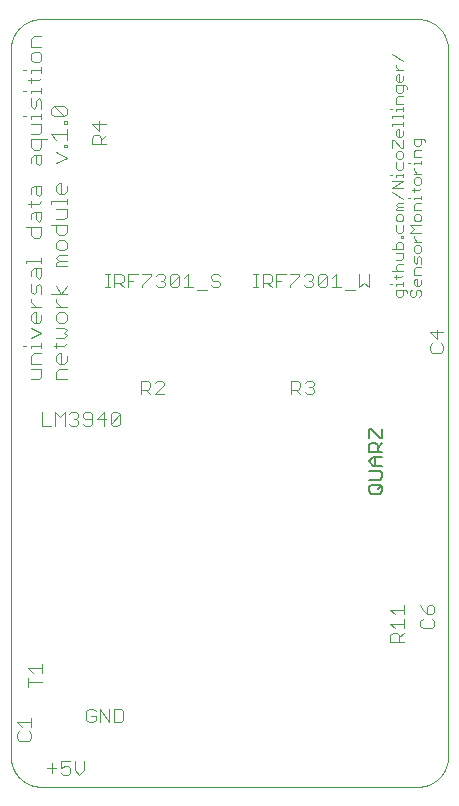
<source format=gto>
G75*
%MOIN*%
%OFA0B0*%
%FSLAX25Y25*%
%IPPOS*%
%LPD*%
%AMOC8*
5,1,8,0,0,1.08239X$1,22.5*
%
%ADD10C,0.00400*%
%ADD11C,0.00300*%
%ADD12C,0.00000*%
%ADD13C,0.00500*%
D10*
X0006050Y0016867D02*
X0009119Y0016867D01*
X0009886Y0017634D01*
X0009886Y0019169D01*
X0009119Y0019936D01*
X0009886Y0021471D02*
X0009886Y0024540D01*
X0009886Y0023006D02*
X0005282Y0023006D01*
X0006817Y0021471D01*
X0006050Y0019936D02*
X0005282Y0019169D01*
X0005282Y0017634D01*
X0006050Y0016867D01*
X0015224Y0007752D02*
X0018294Y0007752D01*
X0019828Y0007752D02*
X0019828Y0010054D01*
X0022898Y0010054D01*
X0024432Y0010054D02*
X0024432Y0006985D01*
X0025967Y0005450D01*
X0027501Y0006985D01*
X0027501Y0010054D01*
X0022898Y0007752D02*
X0022898Y0006217D01*
X0022130Y0005450D01*
X0020596Y0005450D01*
X0019828Y0006217D01*
X0019828Y0007752D02*
X0021363Y0008519D01*
X0022130Y0008519D01*
X0022898Y0007752D01*
X0016759Y0009287D02*
X0016759Y0006217D01*
X0029117Y0022950D02*
X0030651Y0022950D01*
X0031419Y0023717D01*
X0031419Y0025252D01*
X0029884Y0025252D01*
X0031419Y0026787D02*
X0030651Y0027554D01*
X0029117Y0027554D01*
X0028349Y0026787D01*
X0028349Y0023717D01*
X0029117Y0022950D01*
X0032953Y0022950D02*
X0032953Y0027554D01*
X0036023Y0022950D01*
X0036023Y0027554D01*
X0037557Y0027554D02*
X0037557Y0022950D01*
X0039859Y0022950D01*
X0040626Y0023717D01*
X0040626Y0026787D01*
X0039859Y0027554D01*
X0037557Y0027554D01*
X0013636Y0036360D02*
X0009032Y0036360D01*
X0009032Y0037894D02*
X0009032Y0034825D01*
X0010567Y0039429D02*
X0009032Y0040964D01*
X0013636Y0040964D01*
X0013636Y0042498D02*
X0013636Y0039429D01*
X0013411Y0121828D02*
X0016480Y0121828D01*
X0018014Y0121828D02*
X0018014Y0126432D01*
X0019549Y0124897D01*
X0021084Y0126432D01*
X0021084Y0121828D01*
X0022618Y0122595D02*
X0023386Y0121828D01*
X0024920Y0121828D01*
X0025688Y0122595D01*
X0025688Y0123363D01*
X0024920Y0124130D01*
X0024153Y0124130D01*
X0024920Y0124130D02*
X0025688Y0124897D01*
X0025688Y0125665D01*
X0024920Y0126432D01*
X0023386Y0126432D01*
X0022618Y0125665D01*
X0027222Y0125665D02*
X0027222Y0124897D01*
X0027990Y0124130D01*
X0030292Y0124130D01*
X0031826Y0124130D02*
X0034896Y0124130D01*
X0036430Y0122595D02*
X0036430Y0125665D01*
X0037197Y0126432D01*
X0038732Y0126432D01*
X0039499Y0125665D01*
X0036430Y0122595D01*
X0037197Y0121828D01*
X0038732Y0121828D01*
X0039499Y0122595D01*
X0039499Y0125665D01*
X0034128Y0126432D02*
X0034128Y0121828D01*
X0031826Y0124130D02*
X0034128Y0126432D01*
X0030292Y0125665D02*
X0030292Y0122595D01*
X0029524Y0121828D01*
X0027990Y0121828D01*
X0027222Y0122595D01*
X0027222Y0125665D02*
X0027990Y0126432D01*
X0029524Y0126432D01*
X0030292Y0125665D01*
X0021761Y0137325D02*
X0018292Y0137325D01*
X0018292Y0139927D01*
X0019159Y0140795D01*
X0021761Y0140795D01*
X0020894Y0142481D02*
X0019159Y0142481D01*
X0018292Y0143349D01*
X0018292Y0145084D01*
X0019159Y0145951D01*
X0020026Y0145951D01*
X0020026Y0142481D01*
X0020894Y0142481D02*
X0021761Y0143349D01*
X0021761Y0145084D01*
X0020894Y0148505D02*
X0017424Y0148505D01*
X0018292Y0147638D02*
X0018292Y0149373D01*
X0018292Y0151075D02*
X0020894Y0151075D01*
X0021761Y0151943D01*
X0020894Y0152810D01*
X0021761Y0153678D01*
X0020894Y0154545D01*
X0018292Y0154545D01*
X0019159Y0156232D02*
X0018292Y0157099D01*
X0018292Y0158834D01*
X0019159Y0159701D01*
X0020894Y0159701D01*
X0021761Y0158834D01*
X0021761Y0157099D01*
X0020894Y0156232D01*
X0019159Y0156232D01*
X0020026Y0161388D02*
X0018292Y0163123D01*
X0018292Y0163990D01*
X0020026Y0165685D02*
X0018292Y0168287D01*
X0020026Y0165685D02*
X0021761Y0168287D01*
X0021761Y0165685D02*
X0016557Y0165685D01*
X0013361Y0165685D02*
X0013361Y0168287D01*
X0012494Y0169155D01*
X0011626Y0168287D01*
X0011626Y0166553D01*
X0010759Y0165685D01*
X0009892Y0166553D01*
X0009892Y0169155D01*
X0009892Y0171709D02*
X0009892Y0173444D01*
X0010759Y0174311D01*
X0013361Y0174311D01*
X0013361Y0171709D01*
X0012494Y0170842D01*
X0011626Y0171709D01*
X0011626Y0174311D01*
X0013361Y0175998D02*
X0013361Y0177733D01*
X0013361Y0176865D02*
X0008157Y0176865D01*
X0008157Y0175998D01*
X0010759Y0184592D02*
X0009892Y0185459D01*
X0009892Y0188062D01*
X0008157Y0188062D02*
X0013361Y0188062D01*
X0013361Y0185459D01*
X0012494Y0184592D01*
X0010759Y0184592D01*
X0012494Y0189748D02*
X0011626Y0190616D01*
X0011626Y0193218D01*
X0010759Y0193218D02*
X0013361Y0193218D01*
X0013361Y0190616D01*
X0012494Y0189748D01*
X0009892Y0190616D02*
X0009892Y0192351D01*
X0010759Y0193218D01*
X0009892Y0194905D02*
X0009892Y0196640D01*
X0009024Y0195772D02*
X0012494Y0195772D01*
X0013361Y0196640D01*
X0012494Y0198342D02*
X0011626Y0199210D01*
X0011626Y0201812D01*
X0010759Y0201812D02*
X0013361Y0201812D01*
X0013361Y0199210D01*
X0012494Y0198342D01*
X0009892Y0199210D02*
X0009892Y0200945D01*
X0010759Y0201812D01*
X0012494Y0208655D02*
X0011626Y0209523D01*
X0011626Y0212125D01*
X0010759Y0212125D02*
X0013361Y0212125D01*
X0013361Y0209523D01*
X0012494Y0208655D01*
X0009892Y0209523D02*
X0009892Y0211257D01*
X0010759Y0212125D01*
X0010759Y0213812D02*
X0012494Y0213812D01*
X0013361Y0214679D01*
X0013361Y0217281D01*
X0015096Y0217281D02*
X0009892Y0217281D01*
X0009892Y0214679D01*
X0010759Y0213812D01*
X0009892Y0218968D02*
X0012494Y0218968D01*
X0013361Y0219835D01*
X0013361Y0222438D01*
X0009892Y0222438D01*
X0009892Y0224124D02*
X0009892Y0224992D01*
X0013361Y0224992D01*
X0013361Y0225859D02*
X0013361Y0224124D01*
X0013361Y0227562D02*
X0013361Y0230164D01*
X0012494Y0231032D01*
X0011626Y0230164D01*
X0011626Y0228429D01*
X0010759Y0227562D01*
X0009892Y0228429D01*
X0009892Y0231032D01*
X0009892Y0232718D02*
X0009892Y0233586D01*
X0013361Y0233586D01*
X0013361Y0234453D02*
X0013361Y0232718D01*
X0012494Y0237023D02*
X0013361Y0237891D01*
X0012494Y0237023D02*
X0009024Y0237023D01*
X0009892Y0236156D02*
X0009892Y0237891D01*
X0009892Y0239594D02*
X0009892Y0240461D01*
X0013361Y0240461D01*
X0013361Y0239594D02*
X0013361Y0241328D01*
X0012494Y0243031D02*
X0013361Y0243899D01*
X0013361Y0245633D01*
X0012494Y0246501D01*
X0010759Y0246501D01*
X0009892Y0245633D01*
X0009892Y0243899D01*
X0010759Y0243031D01*
X0012494Y0243031D01*
X0008157Y0240461D02*
X0007289Y0240461D01*
X0007289Y0233586D02*
X0008157Y0233586D01*
X0008157Y0224992D02*
X0007289Y0224992D01*
X0016557Y0225851D02*
X0016557Y0227586D01*
X0017424Y0228453D01*
X0020894Y0224984D01*
X0021761Y0225851D01*
X0021761Y0227586D01*
X0020894Y0228453D01*
X0017424Y0228453D01*
X0016557Y0225851D02*
X0017424Y0224984D01*
X0020894Y0224984D01*
X0020894Y0223273D02*
X0021761Y0223273D01*
X0021761Y0222406D01*
X0020894Y0222406D01*
X0020894Y0223273D01*
X0021761Y0220719D02*
X0021761Y0217249D01*
X0021761Y0215538D02*
X0021761Y0214671D01*
X0020894Y0214671D01*
X0020894Y0215538D01*
X0021761Y0215538D01*
X0021761Y0218984D02*
X0016557Y0218984D01*
X0018292Y0217249D01*
X0018292Y0212984D02*
X0021761Y0211249D01*
X0018292Y0209515D01*
X0019159Y0202671D02*
X0020026Y0202671D01*
X0020026Y0199202D01*
X0019159Y0199202D02*
X0018292Y0200069D01*
X0018292Y0201804D01*
X0019159Y0202671D01*
X0021761Y0201804D02*
X0021761Y0200069D01*
X0020894Y0199202D01*
X0019159Y0199202D01*
X0021761Y0197499D02*
X0021761Y0195764D01*
X0021761Y0196632D02*
X0016557Y0196632D01*
X0016557Y0195764D01*
X0018292Y0194077D02*
X0021761Y0194077D01*
X0021761Y0191475D01*
X0020894Y0190608D01*
X0018292Y0190608D01*
X0018292Y0188921D02*
X0018292Y0186319D01*
X0019159Y0185451D01*
X0020894Y0185451D01*
X0021761Y0186319D01*
X0021761Y0188921D01*
X0016557Y0188921D01*
X0019159Y0183765D02*
X0018292Y0182897D01*
X0018292Y0181162D01*
X0019159Y0180295D01*
X0020894Y0180295D01*
X0021761Y0181162D01*
X0021761Y0182897D01*
X0020894Y0183765D01*
X0019159Y0183765D01*
X0019159Y0178608D02*
X0018292Y0177741D01*
X0019159Y0176873D01*
X0021761Y0176873D01*
X0021761Y0175139D02*
X0018292Y0175139D01*
X0018292Y0176006D01*
X0019159Y0176873D01*
X0019159Y0178608D02*
X0021761Y0178608D01*
X0021761Y0161388D02*
X0018292Y0161388D01*
X0013361Y0161388D02*
X0009892Y0161388D01*
X0011626Y0161388D02*
X0009892Y0163123D01*
X0009892Y0163990D01*
X0010759Y0159701D02*
X0011626Y0159701D01*
X0011626Y0156232D01*
X0010759Y0156232D02*
X0012494Y0156232D01*
X0013361Y0157099D01*
X0013361Y0158834D01*
X0010759Y0159701D02*
X0009892Y0158834D01*
X0009892Y0157099D01*
X0010759Y0156232D01*
X0009892Y0154545D02*
X0013361Y0152810D01*
X0009892Y0151075D01*
X0009892Y0148505D02*
X0013361Y0148505D01*
X0013361Y0147638D02*
X0013361Y0149373D01*
X0013361Y0145951D02*
X0010759Y0145951D01*
X0009892Y0145084D01*
X0009892Y0142481D01*
X0013361Y0142481D01*
X0013361Y0140795D02*
X0009892Y0140795D01*
X0009892Y0137325D02*
X0012494Y0137325D01*
X0013361Y0138192D01*
X0013361Y0140795D01*
X0009892Y0147638D02*
X0009892Y0148505D01*
X0008157Y0148505D02*
X0007289Y0148505D01*
X0013411Y0126432D02*
X0013411Y0121828D01*
X0020894Y0148505D02*
X0021761Y0149373D01*
X0034661Y0167950D02*
X0036196Y0167950D01*
X0035428Y0167950D02*
X0035428Y0172554D01*
X0034661Y0172554D02*
X0036196Y0172554D01*
X0037730Y0172554D02*
X0040032Y0172554D01*
X0040800Y0171787D01*
X0040800Y0170252D01*
X0040032Y0169485D01*
X0037730Y0169485D01*
X0037730Y0167950D02*
X0037730Y0172554D01*
X0039265Y0169485D02*
X0040800Y0167950D01*
X0042334Y0167950D02*
X0042334Y0172554D01*
X0045404Y0172554D01*
X0046938Y0172554D02*
X0050008Y0172554D01*
X0050008Y0171787D01*
X0046938Y0168717D01*
X0046938Y0167950D01*
X0043869Y0170252D02*
X0042334Y0170252D01*
X0051542Y0171787D02*
X0052309Y0172554D01*
X0053844Y0172554D01*
X0054611Y0171787D01*
X0054611Y0171019D01*
X0053844Y0170252D01*
X0054611Y0169485D01*
X0054611Y0168717D01*
X0053844Y0167950D01*
X0052309Y0167950D01*
X0051542Y0168717D01*
X0053077Y0170252D02*
X0053844Y0170252D01*
X0056146Y0171787D02*
X0056913Y0172554D01*
X0058448Y0172554D01*
X0059215Y0171787D01*
X0056146Y0168717D01*
X0056913Y0167950D01*
X0058448Y0167950D01*
X0059215Y0168717D01*
X0059215Y0171787D01*
X0060750Y0171019D02*
X0062285Y0172554D01*
X0062285Y0167950D01*
X0063819Y0167950D02*
X0060750Y0167950D01*
X0056146Y0168717D02*
X0056146Y0171787D01*
X0065354Y0167183D02*
X0068423Y0167183D01*
X0069958Y0168717D02*
X0070725Y0167950D01*
X0072260Y0167950D01*
X0073027Y0168717D01*
X0073027Y0169485D01*
X0072260Y0170252D01*
X0070725Y0170252D01*
X0069958Y0171019D01*
X0069958Y0171787D01*
X0070725Y0172554D01*
X0072260Y0172554D01*
X0073027Y0171787D01*
X0084036Y0172554D02*
X0085571Y0172554D01*
X0084803Y0172554D02*
X0084803Y0167950D01*
X0084036Y0167950D02*
X0085571Y0167950D01*
X0087105Y0167950D02*
X0087105Y0172554D01*
X0089407Y0172554D01*
X0090175Y0171787D01*
X0090175Y0170252D01*
X0089407Y0169485D01*
X0087105Y0169485D01*
X0088640Y0169485D02*
X0090175Y0167950D01*
X0091709Y0167950D02*
X0091709Y0172554D01*
X0094779Y0172554D01*
X0096313Y0172554D02*
X0099383Y0172554D01*
X0099383Y0171787D01*
X0096313Y0168717D01*
X0096313Y0167950D01*
X0093244Y0170252D02*
X0091709Y0170252D01*
X0100917Y0171787D02*
X0101684Y0172554D01*
X0103219Y0172554D01*
X0103986Y0171787D01*
X0103986Y0171019D01*
X0103219Y0170252D01*
X0103986Y0169485D01*
X0103986Y0168717D01*
X0103219Y0167950D01*
X0101684Y0167950D01*
X0100917Y0168717D01*
X0102452Y0170252D02*
X0103219Y0170252D01*
X0105521Y0168717D02*
X0105521Y0171787D01*
X0106288Y0172554D01*
X0107823Y0172554D01*
X0108590Y0171787D01*
X0105521Y0168717D01*
X0106288Y0167950D01*
X0107823Y0167950D01*
X0108590Y0168717D01*
X0108590Y0171787D01*
X0110125Y0171019D02*
X0111660Y0172554D01*
X0111660Y0167950D01*
X0113194Y0167950D02*
X0110125Y0167950D01*
X0114729Y0167183D02*
X0117798Y0167183D01*
X0119333Y0167950D02*
X0120868Y0169485D01*
X0122402Y0167950D01*
X0122402Y0172554D01*
X0119333Y0172554D02*
X0119333Y0167950D01*
X0103442Y0136929D02*
X0104209Y0136162D01*
X0104209Y0135394D01*
X0103442Y0134627D01*
X0104209Y0133860D01*
X0104209Y0133092D01*
X0103442Y0132325D01*
X0101907Y0132325D01*
X0101140Y0133092D01*
X0099605Y0132325D02*
X0098071Y0133860D01*
X0098838Y0133860D02*
X0096536Y0133860D01*
X0096536Y0132325D02*
X0096536Y0136929D01*
X0098838Y0136929D01*
X0099605Y0136162D01*
X0099605Y0134627D01*
X0098838Y0133860D01*
X0101140Y0136162D02*
X0101907Y0136929D01*
X0103442Y0136929D01*
X0103442Y0134627D02*
X0102675Y0134627D01*
X0142782Y0147009D02*
X0143550Y0146242D01*
X0146619Y0146242D01*
X0147386Y0147009D01*
X0147386Y0148544D01*
X0146619Y0149311D01*
X0145084Y0150846D02*
X0145084Y0153915D01*
X0142782Y0153148D02*
X0145084Y0150846D01*
X0143550Y0149311D02*
X0142782Y0148544D01*
X0142782Y0147009D01*
X0142782Y0153148D02*
X0147386Y0153148D01*
X0143494Y0062040D02*
X0142727Y0062040D01*
X0141959Y0061273D01*
X0141959Y0058971D01*
X0143494Y0058971D01*
X0144261Y0059738D01*
X0144261Y0061273D01*
X0143494Y0062040D01*
X0140425Y0060506D02*
X0141959Y0058971D01*
X0140425Y0057436D02*
X0139657Y0056669D01*
X0139657Y0055134D01*
X0140425Y0054367D01*
X0143494Y0054367D01*
X0144261Y0055134D01*
X0144261Y0056669D01*
X0143494Y0057436D01*
X0140425Y0060506D02*
X0139657Y0062040D01*
X0134261Y0062040D02*
X0134261Y0058971D01*
X0134261Y0057436D02*
X0134261Y0054367D01*
X0134261Y0052832D02*
X0132727Y0051298D01*
X0132727Y0052065D02*
X0132727Y0049763D01*
X0134261Y0049763D02*
X0129657Y0049763D01*
X0129657Y0052065D01*
X0130425Y0052832D01*
X0131959Y0052832D01*
X0132727Y0052065D01*
X0131192Y0054367D02*
X0129657Y0055902D01*
X0134261Y0055902D01*
X0131192Y0058971D02*
X0129657Y0060506D01*
X0134261Y0060506D01*
X0054209Y0132325D02*
X0051140Y0132325D01*
X0054209Y0135394D01*
X0054209Y0136162D01*
X0053442Y0136929D01*
X0051907Y0136929D01*
X0051140Y0136162D01*
X0049605Y0136162D02*
X0048838Y0136929D01*
X0046536Y0136929D01*
X0046536Y0132325D01*
X0046536Y0133860D02*
X0048838Y0133860D01*
X0049605Y0134627D01*
X0049605Y0136162D01*
X0048071Y0133860D02*
X0049605Y0132325D01*
X0034886Y0215617D02*
X0030282Y0215617D01*
X0030282Y0217919D01*
X0031050Y0218686D01*
X0032584Y0218686D01*
X0033352Y0217919D01*
X0033352Y0215617D01*
X0033352Y0217152D02*
X0034886Y0218686D01*
X0032584Y0220221D02*
X0032584Y0223290D01*
X0030282Y0222523D02*
X0032584Y0220221D01*
X0034886Y0222523D02*
X0030282Y0222523D01*
X0013361Y0248188D02*
X0009892Y0248188D01*
X0009892Y0250790D01*
X0010759Y0251657D01*
X0013361Y0251657D01*
D11*
X0130233Y0245817D02*
X0133936Y0243349D01*
X0133936Y0240279D02*
X0131467Y0240279D01*
X0132702Y0240279D02*
X0131467Y0241514D01*
X0131467Y0242131D01*
X0132085Y0239065D02*
X0131467Y0238448D01*
X0131467Y0237213D01*
X0132085Y0236596D01*
X0133319Y0236596D01*
X0133936Y0237213D01*
X0133936Y0238448D01*
X0132702Y0239065D02*
X0132702Y0236596D01*
X0133936Y0235382D02*
X0133936Y0233530D01*
X0133319Y0232913D01*
X0132085Y0232913D01*
X0131467Y0233530D01*
X0131467Y0235382D01*
X0134553Y0235382D01*
X0135171Y0234765D01*
X0135171Y0234148D01*
X0133936Y0231699D02*
X0132085Y0231699D01*
X0131467Y0231082D01*
X0131467Y0229230D01*
X0133936Y0229230D01*
X0133936Y0228009D02*
X0133936Y0226775D01*
X0133936Y0227392D02*
X0131467Y0227392D01*
X0131467Y0226775D01*
X0130233Y0227392D02*
X0129616Y0227392D01*
X0130233Y0224936D02*
X0133936Y0224936D01*
X0133936Y0224319D02*
X0133936Y0225554D01*
X0133936Y0223098D02*
X0133936Y0221864D01*
X0133936Y0222481D02*
X0130233Y0222481D01*
X0130233Y0221864D01*
X0131467Y0220032D02*
X0131467Y0218798D01*
X0132085Y0218181D01*
X0133319Y0218181D01*
X0133936Y0218798D01*
X0133936Y0220032D01*
X0132702Y0220649D02*
X0132702Y0218181D01*
X0133936Y0216966D02*
X0133936Y0214497D01*
X0133319Y0214497D01*
X0130850Y0216966D01*
X0130233Y0216966D01*
X0130233Y0214497D01*
X0131467Y0212666D02*
X0131467Y0211431D01*
X0132085Y0210814D01*
X0133319Y0210814D01*
X0133936Y0211431D01*
X0133936Y0212666D01*
X0133319Y0213283D01*
X0132085Y0213283D01*
X0131467Y0212666D01*
X0131467Y0209600D02*
X0131467Y0207748D01*
X0132085Y0207131D01*
X0133319Y0207131D01*
X0133936Y0207748D01*
X0133936Y0209600D01*
X0135616Y0209590D02*
X0136233Y0209590D01*
X0137467Y0209590D02*
X0139936Y0209590D01*
X0139936Y0208973D02*
X0139936Y0210207D01*
X0139936Y0211428D02*
X0137467Y0211428D01*
X0137467Y0213280D01*
X0138085Y0213897D01*
X0139936Y0213897D01*
X0139319Y0215111D02*
X0139936Y0215728D01*
X0139936Y0217580D01*
X0140553Y0217580D02*
X0137467Y0217580D01*
X0137467Y0215728D01*
X0138085Y0215111D01*
X0139319Y0215111D01*
X0141171Y0216346D02*
X0141171Y0216963D01*
X0140553Y0217580D01*
X0137467Y0209590D02*
X0137467Y0208973D01*
X0137467Y0207755D02*
X0137467Y0207138D01*
X0138702Y0205903D01*
X0139936Y0205903D02*
X0137467Y0205903D01*
X0138085Y0204689D02*
X0137467Y0204072D01*
X0137467Y0202837D01*
X0138085Y0202220D01*
X0139319Y0202220D01*
X0139936Y0202837D01*
X0139936Y0204072D01*
X0139319Y0204689D01*
X0138085Y0204689D01*
X0137467Y0200999D02*
X0137467Y0199765D01*
X0136850Y0200382D02*
X0139319Y0200382D01*
X0139936Y0200999D01*
X0139936Y0198544D02*
X0139936Y0197309D01*
X0139936Y0197927D02*
X0137467Y0197927D01*
X0137467Y0197309D01*
X0138085Y0196095D02*
X0139936Y0196095D01*
X0139936Y0193626D02*
X0137467Y0193626D01*
X0137467Y0195478D01*
X0138085Y0196095D01*
X0136233Y0197927D02*
X0135616Y0197927D01*
X0133936Y0197309D02*
X0130233Y0199778D01*
X0130233Y0200993D02*
X0133936Y0203461D01*
X0130233Y0203461D01*
X0131467Y0204676D02*
X0131467Y0205293D01*
X0133936Y0205293D01*
X0133936Y0204676D02*
X0133936Y0205910D01*
X0133936Y0200993D02*
X0130233Y0200993D01*
X0130233Y0205293D02*
X0129616Y0205293D01*
X0132085Y0196095D02*
X0131467Y0195478D01*
X0132085Y0194861D01*
X0133936Y0194861D01*
X0133936Y0196095D02*
X0132085Y0196095D01*
X0132085Y0194861D02*
X0131467Y0194243D01*
X0131467Y0193626D01*
X0133936Y0193626D01*
X0133319Y0192412D02*
X0133936Y0191795D01*
X0133936Y0190560D01*
X0133319Y0189943D01*
X0132085Y0189943D01*
X0131467Y0190560D01*
X0131467Y0191795D01*
X0132085Y0192412D01*
X0133319Y0192412D01*
X0133936Y0188729D02*
X0133936Y0186877D01*
X0133319Y0186260D01*
X0132085Y0186260D01*
X0131467Y0186877D01*
X0131467Y0188729D01*
X0133319Y0185036D02*
X0133936Y0185036D01*
X0133936Y0184418D01*
X0133319Y0184418D01*
X0133319Y0185036D01*
X0133319Y0183204D02*
X0132085Y0183204D01*
X0131467Y0182587D01*
X0131467Y0180735D01*
X0131467Y0179521D02*
X0133936Y0179521D01*
X0133936Y0177669D01*
X0133319Y0177052D01*
X0131467Y0177052D01*
X0132085Y0175838D02*
X0131467Y0175221D01*
X0131467Y0173986D01*
X0132085Y0173369D01*
X0131467Y0172148D02*
X0131467Y0170914D01*
X0130850Y0171531D02*
X0133319Y0171531D01*
X0133936Y0172148D01*
X0133936Y0173369D02*
X0130233Y0173369D01*
X0130233Y0169075D02*
X0129616Y0169075D01*
X0131467Y0169075D02*
X0133936Y0169075D01*
X0133936Y0168458D02*
X0133936Y0169693D01*
X0133936Y0167244D02*
X0133936Y0165392D01*
X0133319Y0164775D01*
X0132085Y0164775D01*
X0131467Y0165392D01*
X0131467Y0167244D01*
X0134553Y0167244D01*
X0135171Y0166627D01*
X0135171Y0166009D01*
X0136233Y0165392D02*
X0136850Y0164775D01*
X0137467Y0164775D01*
X0138085Y0165392D01*
X0138085Y0166627D01*
X0138702Y0167244D01*
X0139319Y0167244D01*
X0139936Y0166627D01*
X0139936Y0165392D01*
X0139319Y0164775D01*
X0136850Y0167244D02*
X0136233Y0166627D01*
X0136233Y0165392D01*
X0138085Y0168458D02*
X0137467Y0169075D01*
X0137467Y0170310D01*
X0138085Y0170927D01*
X0138702Y0170927D01*
X0138702Y0168458D01*
X0139319Y0168458D02*
X0138085Y0168458D01*
X0139319Y0168458D02*
X0139936Y0169075D01*
X0139936Y0170310D01*
X0139936Y0172141D02*
X0137467Y0172141D01*
X0137467Y0173993D01*
X0138085Y0174610D01*
X0139936Y0174610D01*
X0139936Y0175824D02*
X0139936Y0177676D01*
X0139319Y0178293D01*
X0138702Y0177676D01*
X0138702Y0176442D01*
X0138085Y0175824D01*
X0137467Y0176442D01*
X0137467Y0178293D01*
X0138085Y0179508D02*
X0139319Y0179508D01*
X0139936Y0180125D01*
X0139936Y0181359D01*
X0139319Y0181976D01*
X0138085Y0181976D01*
X0137467Y0181359D01*
X0137467Y0180125D01*
X0138085Y0179508D01*
X0138702Y0183191D02*
X0137467Y0184425D01*
X0137467Y0185042D01*
X0136233Y0186260D02*
X0137467Y0187494D01*
X0136233Y0188729D01*
X0139936Y0188729D01*
X0139319Y0189943D02*
X0139936Y0190560D01*
X0139936Y0191795D01*
X0139319Y0192412D01*
X0138085Y0192412D01*
X0137467Y0191795D01*
X0137467Y0190560D01*
X0138085Y0189943D01*
X0139319Y0189943D01*
X0139936Y0186260D02*
X0136233Y0186260D01*
X0137467Y0183191D02*
X0139936Y0183191D01*
X0133936Y0182587D02*
X0133936Y0180735D01*
X0130233Y0180735D01*
X0133319Y0183204D02*
X0133936Y0182587D01*
X0133936Y0175838D02*
X0132085Y0175838D01*
X0131467Y0169075D02*
X0131467Y0168458D01*
X0131467Y0220032D02*
X0132085Y0220649D01*
X0132702Y0220649D01*
X0130233Y0224319D02*
X0130233Y0224936D01*
X0132085Y0239065D02*
X0132702Y0239065D01*
D12*
X0003211Y0247406D02*
X0003211Y0011500D01*
X0003214Y0011258D01*
X0003223Y0011017D01*
X0003237Y0010776D01*
X0003258Y0010535D01*
X0003284Y0010295D01*
X0003316Y0010055D01*
X0003354Y0009816D01*
X0003397Y0009579D01*
X0003447Y0009342D01*
X0003502Y0009107D01*
X0003562Y0008873D01*
X0003629Y0008641D01*
X0003700Y0008410D01*
X0003778Y0008181D01*
X0003861Y0007954D01*
X0003949Y0007729D01*
X0004043Y0007506D01*
X0004142Y0007286D01*
X0004247Y0007068D01*
X0004356Y0006853D01*
X0004471Y0006640D01*
X0004591Y0006430D01*
X0004716Y0006224D01*
X0004846Y0006020D01*
X0004981Y0005819D01*
X0005121Y0005622D01*
X0005265Y0005428D01*
X0005414Y0005238D01*
X0005568Y0005052D01*
X0005726Y0004869D01*
X0005888Y0004690D01*
X0006055Y0004515D01*
X0006226Y0004344D01*
X0006401Y0004177D01*
X0006580Y0004015D01*
X0006763Y0003857D01*
X0006949Y0003703D01*
X0007139Y0003554D01*
X0007333Y0003410D01*
X0007530Y0003270D01*
X0007731Y0003135D01*
X0007935Y0003005D01*
X0008141Y0002880D01*
X0008351Y0002760D01*
X0008564Y0002645D01*
X0008779Y0002536D01*
X0008997Y0002431D01*
X0009217Y0002332D01*
X0009440Y0002238D01*
X0009665Y0002150D01*
X0009892Y0002067D01*
X0010121Y0001989D01*
X0010352Y0001918D01*
X0010584Y0001851D01*
X0010818Y0001791D01*
X0011053Y0001736D01*
X0011290Y0001686D01*
X0011527Y0001643D01*
X0011766Y0001605D01*
X0012006Y0001573D01*
X0012246Y0001547D01*
X0012487Y0001526D01*
X0012728Y0001512D01*
X0012969Y0001503D01*
X0013211Y0001500D01*
X0138880Y0001500D01*
X0139122Y0001503D01*
X0139363Y0001512D01*
X0139604Y0001526D01*
X0139845Y0001547D01*
X0140085Y0001573D01*
X0140325Y0001605D01*
X0140564Y0001643D01*
X0140801Y0001686D01*
X0141038Y0001736D01*
X0141273Y0001791D01*
X0141507Y0001851D01*
X0141739Y0001918D01*
X0141970Y0001989D01*
X0142199Y0002067D01*
X0142426Y0002150D01*
X0142651Y0002238D01*
X0142874Y0002332D01*
X0143094Y0002431D01*
X0143312Y0002536D01*
X0143527Y0002645D01*
X0143740Y0002760D01*
X0143950Y0002880D01*
X0144156Y0003005D01*
X0144360Y0003135D01*
X0144561Y0003270D01*
X0144758Y0003410D01*
X0144952Y0003554D01*
X0145142Y0003703D01*
X0145328Y0003857D01*
X0145511Y0004015D01*
X0145690Y0004177D01*
X0145865Y0004344D01*
X0146036Y0004515D01*
X0146203Y0004690D01*
X0146365Y0004869D01*
X0146523Y0005052D01*
X0146677Y0005238D01*
X0146826Y0005428D01*
X0146970Y0005622D01*
X0147110Y0005819D01*
X0147245Y0006020D01*
X0147375Y0006224D01*
X0147500Y0006430D01*
X0147620Y0006640D01*
X0147735Y0006853D01*
X0147844Y0007068D01*
X0147949Y0007286D01*
X0148048Y0007506D01*
X0148142Y0007729D01*
X0148230Y0007954D01*
X0148313Y0008181D01*
X0148391Y0008410D01*
X0148462Y0008641D01*
X0148529Y0008873D01*
X0148589Y0009107D01*
X0148644Y0009342D01*
X0148694Y0009579D01*
X0148737Y0009816D01*
X0148775Y0010055D01*
X0148807Y0010295D01*
X0148833Y0010535D01*
X0148854Y0010776D01*
X0148868Y0011017D01*
X0148877Y0011258D01*
X0148880Y0011500D01*
X0148880Y0247406D01*
X0148877Y0247648D01*
X0148868Y0247889D01*
X0148854Y0248130D01*
X0148833Y0248371D01*
X0148807Y0248611D01*
X0148775Y0248851D01*
X0148737Y0249090D01*
X0148694Y0249327D01*
X0148644Y0249564D01*
X0148589Y0249799D01*
X0148529Y0250033D01*
X0148462Y0250265D01*
X0148391Y0250496D01*
X0148313Y0250725D01*
X0148230Y0250952D01*
X0148142Y0251177D01*
X0148048Y0251400D01*
X0147949Y0251620D01*
X0147844Y0251838D01*
X0147735Y0252053D01*
X0147620Y0252266D01*
X0147500Y0252476D01*
X0147375Y0252682D01*
X0147245Y0252886D01*
X0147110Y0253087D01*
X0146970Y0253284D01*
X0146826Y0253478D01*
X0146677Y0253668D01*
X0146523Y0253854D01*
X0146365Y0254037D01*
X0146203Y0254216D01*
X0146036Y0254391D01*
X0145865Y0254562D01*
X0145690Y0254729D01*
X0145511Y0254891D01*
X0145328Y0255049D01*
X0145142Y0255203D01*
X0144952Y0255352D01*
X0144758Y0255496D01*
X0144561Y0255636D01*
X0144360Y0255771D01*
X0144156Y0255901D01*
X0143950Y0256026D01*
X0143740Y0256146D01*
X0143527Y0256261D01*
X0143312Y0256370D01*
X0143094Y0256475D01*
X0142874Y0256574D01*
X0142651Y0256668D01*
X0142426Y0256756D01*
X0142199Y0256839D01*
X0141970Y0256917D01*
X0141739Y0256988D01*
X0141507Y0257055D01*
X0141273Y0257115D01*
X0141038Y0257170D01*
X0140801Y0257220D01*
X0140564Y0257263D01*
X0140325Y0257301D01*
X0140085Y0257333D01*
X0139845Y0257359D01*
X0139604Y0257380D01*
X0139363Y0257394D01*
X0139122Y0257403D01*
X0138880Y0257406D01*
X0013211Y0257406D01*
X0012969Y0257403D01*
X0012728Y0257394D01*
X0012487Y0257380D01*
X0012246Y0257359D01*
X0012006Y0257333D01*
X0011766Y0257301D01*
X0011527Y0257263D01*
X0011290Y0257220D01*
X0011053Y0257170D01*
X0010818Y0257115D01*
X0010584Y0257055D01*
X0010352Y0256988D01*
X0010121Y0256917D01*
X0009892Y0256839D01*
X0009665Y0256756D01*
X0009440Y0256668D01*
X0009217Y0256574D01*
X0008997Y0256475D01*
X0008779Y0256370D01*
X0008564Y0256261D01*
X0008351Y0256146D01*
X0008141Y0256026D01*
X0007935Y0255901D01*
X0007731Y0255771D01*
X0007530Y0255636D01*
X0007333Y0255496D01*
X0007139Y0255352D01*
X0006949Y0255203D01*
X0006763Y0255049D01*
X0006580Y0254891D01*
X0006401Y0254729D01*
X0006226Y0254562D01*
X0006055Y0254391D01*
X0005888Y0254216D01*
X0005726Y0254037D01*
X0005568Y0253854D01*
X0005414Y0253668D01*
X0005265Y0253478D01*
X0005121Y0253284D01*
X0004981Y0253087D01*
X0004846Y0252886D01*
X0004716Y0252682D01*
X0004591Y0252476D01*
X0004471Y0252266D01*
X0004356Y0252053D01*
X0004247Y0251838D01*
X0004142Y0251620D01*
X0004043Y0251400D01*
X0003949Y0251177D01*
X0003861Y0250952D01*
X0003778Y0250725D01*
X0003700Y0250496D01*
X0003629Y0250265D01*
X0003562Y0250033D01*
X0003502Y0249799D01*
X0003447Y0249564D01*
X0003397Y0249327D01*
X0003354Y0249090D01*
X0003316Y0248851D01*
X0003284Y0248611D01*
X0003258Y0248371D01*
X0003237Y0248130D01*
X0003223Y0247889D01*
X0003214Y0247648D01*
X0003211Y0247406D01*
D13*
X0122457Y0120668D02*
X0122457Y0117666D01*
X0123208Y0116064D02*
X0122457Y0115314D01*
X0122457Y0113062D01*
X0126961Y0113062D01*
X0125460Y0113062D02*
X0125460Y0115314D01*
X0124709Y0116064D01*
X0123208Y0116064D01*
X0125460Y0114563D02*
X0126961Y0116064D01*
X0126961Y0117666D02*
X0126961Y0120668D01*
X0126961Y0117666D02*
X0126210Y0117666D01*
X0123208Y0120668D01*
X0122457Y0120668D01*
X0123959Y0111460D02*
X0126961Y0111460D01*
X0124709Y0111460D02*
X0124709Y0108458D01*
X0123959Y0108458D02*
X0122457Y0109959D01*
X0123959Y0111460D01*
X0123959Y0108458D02*
X0126961Y0108458D01*
X0126210Y0106856D02*
X0122457Y0106856D01*
X0122457Y0103854D02*
X0126210Y0103854D01*
X0126961Y0104605D01*
X0126961Y0106106D01*
X0126210Y0106856D01*
X0126210Y0102253D02*
X0123208Y0102253D01*
X0122457Y0101502D01*
X0122457Y0100001D01*
X0123208Y0099250D01*
X0126210Y0099250D01*
X0126961Y0100001D01*
X0126961Y0101502D01*
X0126210Y0102253D01*
X0126961Y0102253D02*
X0125460Y0100751D01*
M02*

</source>
